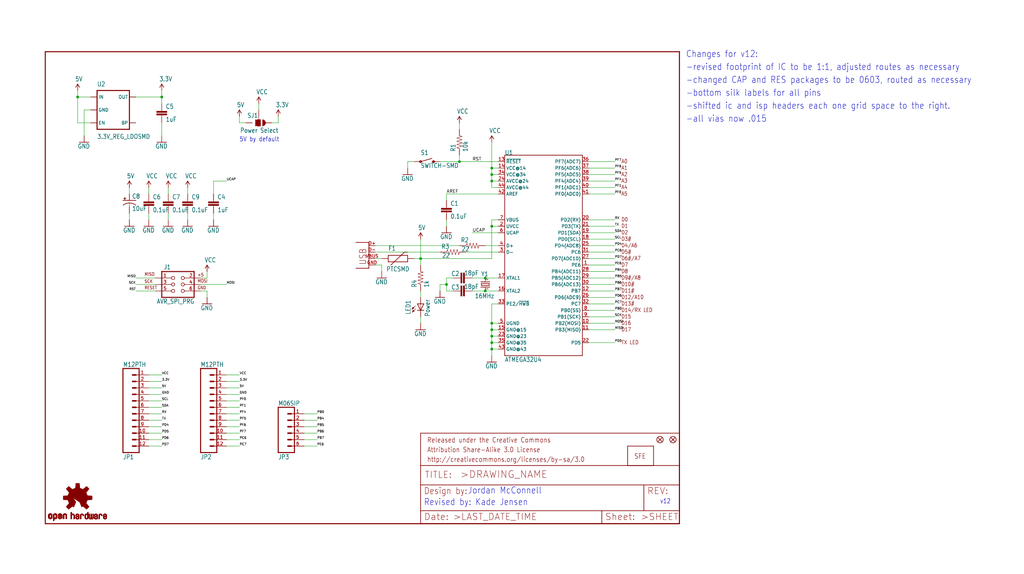
<source format=kicad_sch>
(kicad_sch (version 20211123) (generator eeschema)
  (paper "User" 401.98 225.476)
  (lib_symbols
    (symbol "schematicEagle-eagle-import:3.3V" (power)
      (property "Value" "3.3V" (at -1.016 3.556 0))
      (symbol "3.3V_1_0"
        (pin power_in line (at 0 0 90) (length 2.54) (name "3.3V") (number "1"))
      )
    )
    (symbol "schematicEagle-eagle-import:5V" (power)
      (property "Value" "5V" (at -1.016 3.556 0))
      (symbol "5V_1_0"
        (pin power_in line (at 0 0 90) (length 2.54) (name "5V") (number "1"))
      )
    )
    (symbol "schematicEagle-eagle-import:ATMEGA32U41{colon}1"
      (property "Value" "ATMEGA32U41{colon}1" (at -15.24 -43.18 0))
      (symbol "ATMEGA32U41{colon}1_1_0"
        (text "A0" (at 30.48 34.798 0) (effects (font (size 1.524 1.2954)) (justify left bottom)))
        (text "A1" (at 30.48 32.258 0) (effects (font (size 1.524 1.2954)) (justify left bottom)))
        (text "A2" (at 30.48 29.718 0) (effects (font (size 1.524 1.2954)) (justify left bottom)))
        (text "A3" (at 30.48 27.178 0) (effects (font (size 1.524 1.2954)) (justify left bottom)))
        (text "A4" (at 30.48 24.638 0) (effects (font (size 1.524 1.2954)) (justify left bottom)))
        (text "A5" (at 30.48 22.098 0) (effects (font (size 1.524 1.2954)) (justify left bottom)))
        (text "D0" (at 30.48 11.938 0) (effects (font (size 1.524 1.2954)) (justify left bottom)))
        (text "D1" (at 30.48 9.398 0) (effects (font (size 1.524 1.2954)) (justify left bottom)))
        (text "D10#" (at 30.48 -13.462 0) (effects (font (size 1.524 1.2954)) (justify left bottom)))
        (text "D11#" (at 30.48 -16.002 0) (effects (font (size 1.524 1.2954)) (justify left bottom)))
        (text "D12/A10" (at 30.48 -18.542 0) (effects (font (size 1.524 1.2954)) (justify left bottom)))
        (text "D13#" (at 30.48 -21.082 0) (effects (font (size 1.524 1.2954)) (justify left bottom)))
        (text "D14/RX LED" (at 30.48 -23.622 0) (effects (font (size 1.524 1.2954)) (justify left bottom)))
        (text "D15" (at 30.48 -26.162 0) (effects (font (size 1.524 1.2954)) (justify left bottom)))
        (text "D16" (at 30.48 -28.702 0) (effects (font (size 1.524 1.2954)) (justify left bottom)))
        (text "D17" (at 30.48 -31.242 0) (effects (font (size 1.524 1.2954)) (justify left bottom)))
        (text "D2" (at 30.48 6.858 0) (effects (font (size 1.524 1.2954)) (justify left bottom)))
        (text "D3#" (at 30.48 4.318 0) (effects (font (size 1.524 1.2954)) (justify left bottom)))
        (text "D4/A6" (at 30.48 1.778 0) (effects (font (size 1.524 1.2954)) (justify left bottom)))
        (text "D5#" (at 30.48 -0.762 0) (effects (font (size 1.524 1.2954)) (justify left bottom)))
        (text "D6#/A7" (at 30.48 -3.302 0) (effects (font (size 1.524 1.2954)) (justify left bottom)))
        (text "D7" (at 30.48 -5.842 0) (effects (font (size 1.524 1.2954)) (justify left bottom)))
        (text "D8" (at 30.48 -8.382 0) (effects (font (size 1.524 1.2954)) (justify left bottom)))
        (text "D9#/A8" (at 30.48 -10.922 0) (effects (font (size 1.524 1.2954)) (justify left bottom)))
        (text "TX LED" (at 30.48 -36.322 0) (effects (font (size 1.524 1.2954)) (justify left bottom)))
        (pin bidirectional line (at 17.78 -5.08 180) (length 2.54) (name "PE6") (number "1"))
        (pin bidirectional line (at 17.78 -27.94 180) (length 2.54) (name "PB2(MOSI)") (number "10"))
        (pin bidirectional line (at 17.78 -30.48 180) (length 2.54) (name "PB3(MISO)") (number "11"))
        (pin bidirectional line (at 17.78 -15.24 180) (length 2.54) (name "PB7") (number "12"))
        (pin bidirectional line (at -17.78 35.56 0) (length 2.54) (name "~{RESET}") (number "13"))
        (pin bidirectional line (at -17.78 33.02 0) (length 2.54) (name "VCC@14") (number "14"))
        (pin bidirectional line (at -17.78 -30.48 0) (length 2.54) (name "GND@15") (number "15"))
        (pin bidirectional line (at -17.78 -15.24 0) (length 2.54) (name "XTAL2") (number "16"))
        (pin bidirectional line (at -17.78 -10.16 0) (length 2.54) (name "XTAL1") (number "17"))
        (pin bidirectional line (at 17.78 5.08 180) (length 2.54) (name "PD0(SCL)") (number "18"))
        (pin bidirectional line (at 17.78 7.62 180) (length 2.54) (name "PD1(SDA)") (number "19"))
        (pin bidirectional line (at -17.78 10.16 0) (length 2.54) (name "UVCC") (number "2"))
        (pin bidirectional line (at 17.78 12.7 180) (length 2.54) (name "PD2(RX)") (number "20"))
        (pin bidirectional line (at 17.78 10.16 180) (length 2.54) (name "PD3(TX)") (number "21"))
        (pin bidirectional line (at 17.78 -35.56 180) (length 2.54) (name "PD5") (number "22"))
        (pin bidirectional line (at -17.78 -33.02 0) (length 2.54) (name "GND@23") (number "23"))
        (pin bidirectional line (at -17.78 27.94 0) (length 2.54) (name "AVCC@24") (number "24"))
        (pin bidirectional line (at 17.78 2.54 180) (length 2.54) (name "PD4(ADC8)") (number "25"))
        (pin bidirectional line (at 17.78 -17.78 180) (length 2.54) (name "PD6(ADC9)") (number "26"))
        (pin bidirectional line (at 17.78 -2.54 180) (length 2.54) (name "PD7(ADC10)") (number "27"))
        (pin bidirectional line (at 17.78 -7.62 180) (length 2.54) (name "PB4(ADC11)") (number "28"))
        (pin bidirectional line (at 17.78 -10.16 180) (length 2.54) (name "PB5(ADC12)") (number "29"))
        (pin bidirectional line (at -17.78 0 0) (length 2.54) (name "D-") (number "3"))
        (pin bidirectional line (at 17.78 -12.7 180) (length 2.54) (name "PB6(ADC13)") (number "30"))
        (pin bidirectional line (at 17.78 0 180) (length 2.54) (name "PC6") (number "31"))
        (pin bidirectional line (at 17.78 -20.32 180) (length 2.54) (name "PC7") (number "32"))
        (pin bidirectional line (at -17.78 -20.32 0) (length 2.54) (name "PE2/~{HWB}") (number "33"))
        (pin bidirectional line (at -17.78 30.48 0) (length 2.54) (name "VCC@34") (number "34"))
        (pin bidirectional line (at -17.78 -35.56 0) (length 2.54) (name "GND@35") (number "35"))
        (pin bidirectional line (at 17.78 35.56 180) (length 2.54) (name "PF7(ADC7)") (number "36"))
        (pin bidirectional line (at 17.78 33.02 180) (length 2.54) (name "PF6(ADC6)") (number "37"))
        (pin bidirectional line (at 17.78 30.48 180) (length 2.54) (name "PF5(ADC5)") (number "38"))
        (pin bidirectional line (at 17.78 27.94 180) (length 2.54) (name "PF4(ADC4)") (number "39"))
        (pin bidirectional line (at -17.78 2.54 0) (length 2.54) (name "D+") (number "4"))
        (pin bidirectional line (at 17.78 25.4 180) (length 2.54) (name "PF1(ADC1)") (number "40"))
        (pin bidirectional line (at 17.78 22.86 180) (length 2.54) (name "PF0(ADC0)") (number "41"))
        (pin bidirectional line (at -17.78 22.86 0) (length 2.54) (name "AREF") (number "42"))
        (pin bidirectional line (at -17.78 -38.1 0) (length 2.54) (name "GND@43") (number "43"))
        (pin bidirectional line (at -17.78 25.4 0) (length 2.54) (name "AVCC@44") (number "44"))
        (pin bidirectional line (at -17.78 -27.94 0) (length 2.54) (name "UGND") (number "5"))
        (pin bidirectional line (at -17.78 7.62 0) (length 2.54) (name "UCAP") (number "6"))
        (pin bidirectional line (at -17.78 12.7 0) (length 2.54) (name "VBUS") (number "7"))
        (pin bidirectional line (at 17.78 -22.86 180) (length 2.54) (name "PB0(SS)") (number "8"))
        (pin bidirectional line (at 17.78 -25.4 180) (length 2.54) (name "PB1(SCK)") (number "9"))
      )
    )
    (symbol "schematicEagle-eagle-import:AVR_SPI_PRG_6PTH"
      (property "Reference" "J" (at -4.318 5.842 0))
      (property "Value" "AVR_SPI_PRG_6PTH" (at -4.064 -7.62 0))
      (symbol "AVR_SPI_PRG_6PTH_1_0"
        (text "+5" (at 8.89 3.048 0) (effects (font (size 1.27 1.0795)) (justify left bottom)))
        (text "GND" (at 8.89 -2.032 0) (effects (font (size 1.27 1.0795)) (justify left bottom)))
        (text "MISO" (at -11.938 3.302 0) (effects (font (size 1.27 1.0795)) (justify left bottom)))
        (text "MOSI" (at 8.89 0.635 0) (effects (font (size 1.27 1.0795)) (justify left bottom)))
        (text "RESET" (at -11.938 -2.032 0) (effects (font (size 1.27 1.0795)) (justify left bottom)))
        (text "SCK" (at -11.938 0.508 0) (effects (font (size 1.27 1.0795)) (justify left bottom)))
        (pin passive inverted (at -7.62 2.54 0) (length 7.62) (name "1") (number "1"))
        (pin passive inverted (at 10.16 2.54 180) (length 7.62) (name "2") (number "2"))
        (pin passive inverted (at -7.62 0 0) (length 7.62) (name "3") (number "3"))
        (pin passive inverted (at 10.16 0 180) (length 7.62) (name "4") (number "4"))
        (pin passive inverted (at -7.62 -2.54 0) (length 7.62) (name "5") (number "5"))
        (pin passive inverted (at 10.16 -2.54 180) (length 7.62) (name "6") (number "6"))
      )
    )
    (symbol "schematicEagle-eagle-import:CAP0603-CAP"
      (property "Reference" "C" (at 1.524 2.921 0))
      (property "Value" "CAP0603-CAP" (at 1.524 -2.159 0))
      (symbol "CAP0603-CAP_1_0"
        (pin passive line (at 0 5.08 270) (length 2.54) (name "1") (number "1"))
        (pin passive line (at 0 -2.54 90) (length 2.54) (name "2") (number "2"))
      )
    )
    (symbol "schematicEagle-eagle-import:CAP_POL1206"
      (property "Reference" "C" (at 1.016 0.635 0))
      (property "Value" "CAP_POL1206" (at 1.016 -4.191 0))
      (symbol "CAP_POL1206_1_0"
        (pin passive line (at 0 2.54 270) (length 2.54) (name "+") (number "A"))
        (pin passive line (at 0 -5.08 90) (length 2.54) (name "-") (number "C"))
      )
    )
    (symbol "schematicEagle-eagle-import:CRYSTAL5X3"
      (property "Reference" "Y" (at 2.54 1.016 0))
      (property "Value" "CRYSTAL5X3" (at 2.54 -2.54 0))
      (symbol "CRYSTAL5X3_1_0"
        (text "1" (at -2.159 -1.143 0) (effects (font (size 0.8636 0.734)) (justify left bottom)))
        (text "2" (at 1.524 -1.143 0) (effects (font (size 0.8636 0.734)) (justify left bottom)))
        (pin passive line (at -2.54 0 0) (length 0) (name "1") (number "1"))
        (pin passive line (at 2.54 0 180) (length 0) (name "2") (number "3"))
      )
    )
    (symbol "schematicEagle-eagle-import:FIDUCIAL1X2")
    (symbol "schematicEagle-eagle-import:FRAME-LETTER"
      (symbol "FRAME-LETTER_2_0"
        (text ">DRAWING_NAME" (at 15.494 17.78 0) (effects (font (size 2.7432 2.7432)) (justify left bottom)))
        (text ">LAST_DATE_TIME" (at 12.7 1.27 0) (effects (font (size 2.54 2.54)) (justify left bottom)))
        (text ">SHEET" (at 86.36 1.27 0) (effects (font (size 2.54 2.54)) (justify left bottom)))
        (text "Attribution Share-Alike 3.0 License" (at 2.54 27.94 0) (effects (font (size 1.9304 1.6408)) (justify left bottom)))
        (text "Date:" (at 1.27 1.27 0) (effects (font (size 2.54 2.54)) (justify left bottom)))
        (text "Design by:" (at 1.27 11.43 0) (effects (font (size 2.54 2.159)) (justify left bottom)))
        (text "http://creativecommons.org/licenses/by-sa/3.0" (at 2.54 24.13 0) (effects (font (size 1.9304 1.6408)) (justify left bottom)))
        (text "Released under the Creative Commons" (at 2.54 31.75 0) (effects (font (size 1.9304 1.6408)) (justify left bottom)))
        (text "REV:" (at 88.9 11.43 0) (effects (font (size 2.54 2.54)) (justify left bottom)))
        (text "Sheet:" (at 72.39 1.27 0) (effects (font (size 2.54 2.54)) (justify left bottom)))
        (text "TITLE:" (at 1.524 17.78 0) (effects (font (size 2.54 2.54)) (justify left bottom)))
      )
    )
    (symbol "schematicEagle-eagle-import:GND" (power)
      (property "Value" "GND" (at -2.54 -2.54 0))
      (symbol "GND_1_0"
        (pin power_in line (at 0 2.54 270) (length 2.54) (name "GND") (number "1"))
      )
    )
    (symbol "schematicEagle-eagle-import:LED0603"
      (property "Reference" "LED" (at 3.556 -4.572 90))
      (property "Value" "LED0603" (at 5.715 -4.572 90))
      (symbol "LED0603_1_0"
        (pin passive line (at 0 2.54 270) (length 2.54) (name "A") (number "A"))
        (pin passive line (at 0 -5.08 90) (length 2.54) (name "C") (number "C"))
      )
    )
    (symbol "schematicEagle-eagle-import:LOGO-SFENEW"
      (symbol "LOGO-SFENEW_1_0"
        (text "SFE" (at 0 0 0) (effects (font (size 1.9304 1.6408)) (justify left bottom)))
      )
    )
    (symbol "schematicEagle-eagle-import:M06SIP"
      (property "Reference" "JP" (at -5.08 10.922 0))
      (property "Value" "M06SIP" (at -5.08 -10.16 0))
      (symbol "M06SIP_1_0"
        (pin passive line (at 5.08 -5.08 180) (length 5.08) (name "1") (number "1"))
        (pin passive line (at 5.08 -2.54 180) (length 5.08) (name "2") (number "2"))
        (pin passive line (at 5.08 0 180) (length 5.08) (name "3") (number "3"))
        (pin passive line (at 5.08 2.54 180) (length 5.08) (name "4") (number "4"))
        (pin passive line (at 5.08 5.08 180) (length 5.08) (name "5") (number "5"))
        (pin passive line (at 5.08 7.62 180) (length 5.08) (name "6") (number "6"))
      )
    )
    (symbol "schematicEagle-eagle-import:M12PTH"
      (property "Reference" "JP" (at 0 16.002 0))
      (property "Value" "M12PTH" (at 0 -20.32 0))
      (symbol "M12PTH_1_0"
        (pin passive line (at 10.16 -15.24 180) (length 5.08) (name "1") (number "1"))
        (pin passive line (at 10.16 7.62 180) (length 5.08) (name "10") (number "10"))
        (pin passive line (at 10.16 10.16 180) (length 5.08) (name "11") (number "11"))
        (pin passive line (at 10.16 12.7 180) (length 5.08) (name "12") (number "12"))
        (pin passive line (at 10.16 -12.7 180) (length 5.08) (name "2") (number "2"))
        (pin passive line (at 10.16 -10.16 180) (length 5.08) (name "3") (number "3"))
        (pin passive line (at 10.16 -7.62 180) (length 5.08) (name "4") (number "4"))
        (pin passive line (at 10.16 -5.08 180) (length 5.08) (name "5") (number "5"))
        (pin passive line (at 10.16 -2.54 180) (length 5.08) (name "6") (number "6"))
        (pin passive line (at 10.16 0 180) (length 5.08) (name "7") (number "7"))
        (pin passive line (at 10.16 2.54 180) (length 5.08) (name "8") (number "8"))
        (pin passive line (at 10.16 5.08 180) (length 5.08) (name "9") (number "9"))
      )
    )
    (symbol "schematicEagle-eagle-import:OSHW-LOGOM")
    (symbol "schematicEagle-eagle-import:PTCSMD"
      (property "Reference" "F" (at -2.54 3.048 0))
      (property "Value" "PTCSMD" (at -3.302 -5.08 0))
      (symbol "PTCSMD_1_0"
        (pin bidirectional line (at -5.08 0 0) (length 2.54) (name "1") (number "1"))
        (pin bidirectional line (at 7.62 0 180) (length 2.54) (name "2") (number "2"))
      )
    )
    (symbol "schematicEagle-eagle-import:RESISTOR0603-RES"
      (property "Reference" "R" (at -3.81 1.4986 0))
      (property "Value" "RESISTOR0603-RES" (at -3.81 -3.302 0))
      (symbol "RESISTOR0603-RES_1_0"
        (pin passive line (at -5.08 0 0) (length 2.54) (name "1") (number "1"))
        (pin passive line (at 5.08 0 180) (length 2.54) (name "2") (number "2"))
      )
    )
    (symbol "schematicEagle-eagle-import:SOLDERJUMPER_2WAYPASTE2&3"
      (property "Reference" "SJ" (at 2.54 0.381 0))
      (property "Value" "SOLDERJUMPER_2WAYPASTE2&3" (at 2.54 -1.905 0))
      (symbol "SOLDERJUMPER_2WAYPASTE2&3_1_0"
        (pin passive line (at 0 5.08 270) (length 2.54) (name "1") (number "1"))
        (pin passive line (at -5.08 0 0) (length 2.54) (name "2") (number "2"))
        (pin passive line (at 0 -5.08 90) (length 2.54) (name "3") (number "3"))
      )
    )
    (symbol "schematicEagle-eagle-import:SWITCH-MOMENTARY-2SMD"
      (property "Reference" "S" (at -2.54 2.54 0))
      (property "Value" "SWITCH-MOMENTARY-2SMD" (at -2.54 -2.54 0))
      (symbol "SWITCH-MOMENTARY-2SMD_1_0"
        (pin passive line (at -5.08 0 0) (length 2.54) (name "1") (number "1"))
        (pin passive line (at 5.08 0 180) (length 2.54) (name "2") (number "3"))
      )
    )
    (symbol "schematicEagle-eagle-import:USBSMD"
      (symbol "USBSMD_1_0"
        (text "USB" (at 3.81 0 900) (effects (font (size 2.54 2.159)) (justify left bottom)))
        (pin bidirectional line (at -2.54 7.62 0) (length 2.54) (name "D+") (number "D+"))
        (pin bidirectional line (at -2.54 5.08 0) (length 2.54) (name "D-") (number "D-"))
        (pin bidirectional line (at -2.54 0 0) (length 2.54) (name "GND") (number "GND"))
        (pin bidirectional line (at -2.54 2.54 0) (length 2.54) (name "VBUS") (number "VBUS"))
      )
    )
    (symbol "schematicEagle-eagle-import:VCC" (power)
      (property "Value" "VCC" (at -1.016 3.556 0))
      (symbol "VCC_1_0"
        (pin power_in line (at 0 0 90) (length 2.54) (name "VCC") (number "1"))
      )
    )
    (symbol "schematicEagle-eagle-import:V_REG_LDOSMD"
      (property "Reference" "U" (at -7.62 9.144 0))
      (property "Value" "V_REG_LDOSMD" (at -7.62 -11.43 0))
      (symbol "V_REG_LDOSMD_1_0"
        (pin input line (at -10.16 5.08 0) (length 2.54) (name "IN") (number "1"))
        (pin input line (at -10.16 0 0) (length 2.54) (name "GND") (number "2"))
        (pin input line (at -10.16 -5.08 0) (length 2.54) (name "EN") (number "3"))
        (pin input line (at 7.62 -5.08 180) (length 2.54) (name "BP") (number "4"))
        (pin passive line (at 7.62 5.08 180) (length 2.54) (name "OUT") (number "5"))
      )
    )
  )
  (junction (at 175.26 111.76))
  (junction (at 193.04 88.9))
  (junction (at 193.04 137.16))
  (junction (at 193.04 129.54))
  (junction (at 193.04 132.08))
  (junction (at 193.04 66.04))
  (junction (at 193.04 127))
  (junction (at 165.1 101.6))
  (junction (at 30.48 38.1))
  (junction (at 190.5 109.22))
  (junction (at 193.04 68.58))
  (junction (at 190.5 114.3))
  (junction (at 63.5 38.1))
  (junction (at 193.04 134.62))
  (junction (at 180.34 63.5))
  (junction (at 193.04 71.12))
  (wire (pts (xy 58.42 154.94) (xy 63.5 154.94)))
  (wire (pts (xy 231.14 93.98) (xy 241.3 93.98)))
  (wire (pts (xy 88.9 172.72) (xy 93.98 172.72)))
  (wire (pts (xy 193.04 134.62) (xy 195.58 134.62)))
  (wire (pts (xy 193.04 137.16) (xy 193.04 134.62)))
  (wire (pts (xy 195.58 73.66) (xy 193.04 73.66)))
  (wire (pts (xy 101.6 40.64) (xy 101.6 43.18)))
  (wire (pts (xy 165.1 101.6) (xy 193.04 101.6)))
  (wire (pts (xy 119.38 165.1) (xy 124.46 165.1)))
  (wire (pts (xy 93.98 48.26) (xy 93.98 45.72)))
  (wire (pts (xy 195.58 66.04) (xy 193.04 66.04)))
  (wire (pts (xy 231.14 63.5) (xy 241.3 63.5)))
  (wire (pts (xy 180.34 60.96) (xy 180.34 63.5)))
  (wire (pts (xy 231.14 116.84) (xy 241.3 116.84)))
  (wire (pts (xy 193.04 68.58) (xy 193.04 66.04)))
  (wire (pts (xy 195.58 91.44) (xy 185.42 91.44)))
  (wire (pts (xy 175.26 88.9) (xy 175.26 86.36)))
  (wire (pts (xy 193.04 137.16) (xy 195.58 137.16)))
  (wire (pts (xy 78.74 109.22) (xy 81.28 109.22)))
  (wire (pts (xy 195.58 71.12) (xy 193.04 71.12)))
  (wire (pts (xy 63.5 38.1) (xy 63.5 35.56)))
  (wire (pts (xy 231.14 66.04) (xy 241.3 66.04)))
  (wire (pts (xy 58.42 162.56) (xy 63.5 162.56)))
  (wire (pts (xy 58.42 175.26) (xy 63.5 175.26)))
  (wire (pts (xy 63.5 48.26) (xy 63.5 53.34)))
  (wire (pts (xy 88.9 175.26) (xy 93.98 175.26)))
  (wire (pts (xy 60.96 114.3) (xy 53.34 114.3)))
  (wire (pts (xy 190.5 96.52) (xy 195.58 96.52)))
  (wire (pts (xy 119.38 162.56) (xy 124.46 162.56)))
  (wire (pts (xy 165.1 114.3) (xy 165.1 116.84)))
  (wire (pts (xy 63.5 38.1) (xy 63.5 40.64)))
  (wire (pts (xy 73.66 73.66) (xy 73.66 76.2)))
  (wire (pts (xy 193.04 71.12) (xy 193.04 68.58)))
  (wire (pts (xy 66.04 73.66) (xy 66.04 76.2)))
  (wire (pts (xy 231.14 71.12) (xy 241.3 71.12)))
  (wire (pts (xy 33.02 43.18) (xy 33.02 53.34)))
  (wire (pts (xy 35.56 43.18) (xy 33.02 43.18)))
  (wire (pts (xy 119.38 172.72) (xy 124.46 172.72)))
  (wire (pts (xy 81.28 109.22) (xy 81.28 106.68)))
  (wire (pts (xy 231.14 88.9) (xy 241.3 88.9)))
  (wire (pts (xy 193.04 88.9) (xy 193.04 86.36)))
  (wire (pts (xy 53.34 38.1) (xy 63.5 38.1)))
  (wire (pts (xy 88.9 147.32) (xy 93.98 147.32)))
  (wire (pts (xy 231.14 129.54) (xy 241.3 129.54)))
  (wire (pts (xy 83.82 71.12) (xy 88.9 71.12)))
  (wire (pts (xy 58.42 149.86) (xy 63.5 149.86)))
  (wire (pts (xy 182.88 99.06) (xy 195.58 99.06)))
  (wire (pts (xy 58.42 157.48) (xy 63.5 157.48)))
  (wire (pts (xy 88.9 162.56) (xy 93.98 162.56)))
  (wire (pts (xy 73.66 83.82) (xy 73.66 86.36)))
  (wire (pts (xy 58.42 165.1) (xy 63.5 165.1)))
  (wire (pts (xy 193.04 127) (xy 195.58 127)))
  (wire (pts (xy 175.26 76.2) (xy 195.58 76.2)))
  (wire (pts (xy 88.9 167.64) (xy 93.98 167.64)))
  (wire (pts (xy 58.42 170.18) (xy 63.5 170.18)))
  (wire (pts (xy 83.82 76.2) (xy 83.82 71.12)))
  (wire (pts (xy 119.38 175.26) (xy 124.46 175.26)))
  (wire (pts (xy 30.48 38.1) (xy 30.48 48.26)))
  (wire (pts (xy 193.04 129.54) (xy 193.04 127)))
  (wire (pts (xy 193.04 132.08) (xy 193.04 129.54)))
  (wire (pts (xy 162.56 101.6) (xy 165.1 101.6)))
  (wire (pts (xy 147.32 96.52) (xy 180.34 96.52)))
  (wire (pts (xy 231.14 114.3) (xy 241.3 114.3)))
  (wire (pts (xy 193.04 88.9) (xy 195.58 88.9)))
  (wire (pts (xy 58.42 83.82) (xy 58.42 86.36)))
  (wire (pts (xy 193.04 139.7) (xy 193.04 137.16)))
  (wire (pts (xy 50.8 76.2) (xy 50.8 73.66)))
  (wire (pts (xy 175.26 111.76) (xy 175.26 109.22)))
  (wire (pts (xy 88.9 170.18) (xy 93.98 170.18)))
  (wire (pts (xy 96.52 48.26) (xy 93.98 48.26)))
  (wire (pts (xy 231.14 101.6) (xy 241.3 101.6)))
  (wire (pts (xy 78.74 111.76) (xy 88.9 111.76)))
  (wire (pts (xy 231.14 124.46) (xy 241.3 124.46)))
  (wire (pts (xy 231.14 96.52) (xy 241.3 96.52)))
  (wire (pts (xy 119.38 170.18) (xy 124.46 170.18)))
  (wire (pts (xy 58.42 172.72) (xy 63.5 172.72)))
  (wire (pts (xy 231.14 106.68) (xy 241.3 106.68)))
  (wire (pts (xy 88.9 154.94) (xy 93.98 154.94)))
  (wire (pts (xy 180.34 50.8) (xy 180.34 48.26)))
  (wire (pts (xy 195.58 114.3) (xy 190.5 114.3)))
  (wire (pts (xy 109.22 45.72) (xy 109.22 48.26)))
  (wire (pts (xy 175.26 111.76) (xy 172.72 111.76)))
  (wire (pts (xy 175.26 78.74) (xy 175.26 76.2)))
  (wire (pts (xy 119.38 167.64) (xy 124.46 167.64)))
  (wire (pts (xy 88.9 165.1) (xy 93.98 165.1)))
  (wire (pts (xy 60.96 109.22) (xy 53.34 109.22)))
  (wire (pts (xy 231.14 111.76) (xy 241.3 111.76)))
  (wire (pts (xy 147.32 99.06) (xy 172.72 99.06)))
  (wire (pts (xy 165.1 93.98) (xy 165.1 101.6)))
  (wire (pts (xy 193.04 86.36) (xy 195.58 86.36)))
  (wire (pts (xy 30.48 48.26) (xy 35.56 48.26)))
  (wire (pts (xy 231.14 91.44) (xy 241.3 91.44)))
  (wire (pts (xy 193.04 129.54) (xy 195.58 129.54)))
  (wire (pts (xy 149.86 104.14) (xy 149.86 106.68)))
  (wire (pts (xy 193.04 132.08) (xy 195.58 132.08)))
  (wire (pts (xy 88.9 157.48) (xy 93.98 157.48)))
  (wire (pts (xy 177.8 114.3) (xy 175.26 114.3)))
  (wire (pts (xy 175.26 114.3) (xy 175.26 111.76)))
  (wire (pts (xy 195.58 68.58) (xy 193.04 68.58)))
  (wire (pts (xy 88.9 152.4) (xy 93.98 152.4)))
  (wire (pts (xy 231.14 68.58) (xy 241.3 68.58)))
  (wire (pts (xy 172.72 63.5) (xy 180.34 63.5)))
  (wire (pts (xy 231.14 109.22) (xy 241.3 109.22)))
  (wire (pts (xy 193.04 127) (xy 193.04 119.38)))
  (wire (pts (xy 231.14 86.36) (xy 241.3 86.36)))
  (wire (pts (xy 231.14 119.38) (xy 241.3 119.38)))
  (wire (pts (xy 88.9 160.02) (xy 93.98 160.02)))
  (wire (pts (xy 193.04 101.6) (xy 193.04 88.9)))
  (wire (pts (xy 231.14 73.66) (xy 241.3 73.66)))
  (wire (pts (xy 165.1 124.46) (xy 165.1 127)))
  (wire (pts (xy 60.96 111.76) (xy 53.34 111.76)))
  (wire (pts (xy 231.14 99.06) (xy 241.3 99.06)))
  (wire (pts (xy 231.14 134.62) (xy 241.3 134.62)))
  (wire (pts (xy 193.04 119.38) (xy 195.58 119.38)))
  (wire (pts (xy 190.5 114.3) (xy 185.42 114.3)))
  (wire (pts (xy 193.04 66.04) (xy 193.04 55.88)))
  (wire (pts (xy 231.14 76.2) (xy 241.3 76.2)))
  (wire (pts (xy 160.02 63.5) (xy 162.56 63.5)))
  (wire (pts (xy 193.04 134.62) (xy 193.04 132.08)))
  (wire (pts (xy 78.74 114.3) (xy 81.28 114.3)))
  (wire (pts (xy 147.32 101.6) (xy 149.86 101.6)))
  (wire (pts (xy 165.1 101.6) (xy 165.1 104.14)))
  (wire (pts (xy 180.34 63.5) (xy 195.58 63.5)))
  (wire (pts (xy 231.14 104.14) (xy 241.3 104.14)))
  (wire (pts (xy 30.48 38.1) (xy 30.48 35.56)))
  (wire (pts (xy 58.42 147.32) (xy 63.5 147.32)))
  (wire (pts (xy 185.42 109.22) (xy 190.5 109.22)))
  (wire (pts (xy 147.32 104.14) (xy 149.86 104.14)))
  (wire (pts (xy 58.42 160.02) (xy 63.5 160.02)))
  (wire (pts (xy 175.26 109.22) (xy 177.8 109.22)))
  (wire (pts (xy 58.42 152.4) (xy 63.5 152.4)))
  (wire (pts (xy 66.04 86.36) (xy 66.04 83.82)))
  (wire (pts (xy 88.9 149.86) (xy 93.98 149.86)))
  (wire (pts (xy 81.28 114.3) (xy 81.28 116.84)))
  (wire (pts (xy 58.42 167.64) (xy 63.5 167.64)))
  (wire (pts (xy 58.42 73.66) (xy 58.42 76.2)))
  (wire (pts (xy 50.8 86.36) (xy 50.8 83.82)))
  (wire (pts (xy 231.14 121.92) (xy 241.3 121.92)))
  (wire (pts (xy 30.48 38.1) (xy 35.56 38.1)))
  (wire (pts (xy 172.72 111.76) (xy 172.72 114.3)))
  (wire (pts (xy 109.22 48.26) (xy 106.68 48.26)))
  (wire (pts (xy 193.04 73.66) (xy 193.04 71.12)))
  (wire (pts (xy 190.5 109.22) (xy 195.58 109.22)))
  (wire (pts (xy 83.82 86.36) (xy 83.82 83.82)))
  (wire (pts (xy 231.14 127) (xy 241.3 127)))
  (wire (pts (xy 160.02 66.04) (xy 160.02 63.5)))
  (text "-shifted ic and isp headers each one grid space to the right." (at 269.24 43.18 0) (effects (font (size 2.54 2.159)) (justify left bottom)))
  (text "-revised footprint of IC to be 1:1, adjusted routes as necessary" (at 269.24 27.94 0) (effects (font (size 2.54 2.159)) (justify left bottom)))
  (text "-bottom silk labels for all pins" (at 269.24 38.1 180) (effects (font (size 2.54 2.159)) (justify left bottom)))
  (text "v12" (at 259.08 198.12 180) (effects (font (size 1.778 1.5113)) (justify left bottom)))
  (text "Changes for v12:" (at 269.24 22.86 180) (effects (font (size 2.54 2.159)) (justify left bottom)))
  (text "5V by default" (at 93.98 55.88 180) (effects (font (size 1.778 1.5113)) (justify left bottom)))
  (text "Revised by: Kade Jensen" (at 166.37 198.882 180) (effects (font (size 2.54 2.159)) (justify left bottom)))
  (text "Jordan McConnell" (at 183.642 194.31 180) (effects (font (size 2.54 2.159)) (justify left bottom)))
  (text "-changed CAP and RES packages to be 0603, routed as necessary" (at 269.24 33.02 0) (effects (font (size 2.54 2.159)) (justify left bottom)))
  (text "-all vias now .015" (at 269.24 48.26 180) (effects (font (size 2.54 2.159)) (justify left bottom)))
  (label "PF6" (at 93.98 167.64 0) (effects (font (size 0.889 0.889))))
  (label "PD5" (at 241.3 134.62 0) (effects (font (size 0.889 0.889))))
  (label "PD7" (at 241.3 101.6 0) (effects (font (size 0.889 0.889))))
  (label "SDA" (at 63.5 160.02 0) (effects (font (size 0.889 0.889))))
  (label "PF4" (at 241.3 71.12 0) (effects (font (size 0.889 0.889))))
  (label "SCL" (at 241.3 93.98 0) (effects (font (size 0.889 0.889))))
  (label "PF7" (at 241.3 63.5 0) (effects (font (size 0.889 0.889))))
  (label "PC6" (at 241.3 99.06 0) (effects (font (size 0.889 0.889))))
  (label "PD5" (at 63.5 170.18 0) (effects (font (size 0.889 0.889))))
  (label "PF0" (at 241.3 76.2 0) (effects (font (size 0.889 0.889))))
  (label "PF6" (at 241.3 66.04 0) (effects (font (size 0.889 0.889))))
  (label "PD7" (at 63.5 175.26 0) (effects (font (size 0.889 0.889))))
  (label "PB0" (at 124.46 162.56 0) (effects (font (size 0.889 0.889))))
  (label "TX" (at 241.3 88.9 0) (effects (font (size 0.889 0.889))))
  (label "GND" (at 93.98 154.94 0) (effects (font (size 0.889 0.889))))
  (label "SCL" (at 63.5 157.48 0) (effects (font (size 0.889 0.889))))
  (label "SDA" (at 241.3 91.44 0) (effects (font (size 0.889 0.889))))
  (label "PF7" (at 93.98 170.18 0) (effects (font (size 0.889 0.889))))
  (label "PB7" (at 241.3 114.3 0) (effects (font (size 0.889 0.889))))
  (label "RX" (at 63.5 162.56 0) (effects (font (size 0.889 0.889))))
  (label "PF4" (at 93.98 162.56 0) (effects (font (size 0.889 0.889))))
  (label "PF5" (at 93.98 165.1 0) (effects (font (size 0.889 0.889))))
  (label "MOSI" (at 241.3 127 0) (effects (font (size 0.889 0.889))))
  (label "PB4" (at 124.46 165.1 0) (effects (font (size 0.889 0.889))))
  (label "PE6" (at 241.3 104.14 0) (effects (font (size 0.889 0.889))))
  (label "TX" (at 63.5 165.1 0) (effects (font (size 0.889 0.889))))
  (label "PB5" (at 124.46 167.64 0) (effects (font (size 0.889 0.889))))
  (label "PF1" (at 93.98 160.02 0) (effects (font (size 0.889 0.889))))
  (label "PF5" (at 241.3 68.58 0) (effects (font (size 0.889 0.889))))
  (label "PB4" (at 241.3 106.68 0) (effects (font (size 0.889 0.889))))
  (label "PD4" (at 241.3 96.52 0) (effects (font (size 0.889 0.889))))
  (label "5V" (at 63.5 152.4 0) (effects (font (size 0.889 0.889))))
  (label "5V" (at 93.98 152.4 0) (effects (font (size 0.889 0.889))))
  (label "VCC" (at 63.5 147.32 0) (effects (font (size 0.889 0.889))))
  (label "RST" (at 185.42 63.5 0) (effects (font (size 1.2446 1.2446))))
  (label "PC6" (at 93.98 172.72 0) (effects (font (size 0.889 0.889))))
  (label "SCK" (at 53.34 111.76 180) (effects (font (size 0.889 0.889))))
  (label "PD4" (at 63.5 167.64 0) (effects (font (size 0.889 0.889))))
  (label "PB6" (at 124.46 170.18 0) (effects (font (size 0.889 0.889))))
  (label "UCAP" (at 88.9 71.12 0) (effects (font (size 0.889 0.889))))
  (label "3.3V" (at 63.5 149.86 0) (effects (font (size 0.889 0.889))))
  (label "UCAP" (at 185.42 91.44 0) (effects (font (size 1.2446 1.2446))))
  (label "GND" (at 63.5 154.94 0) (effects (font (size 0.889 0.889))))
  (label "MOSI" (at 88.9 111.76 0) (effects (font (size 0.889 0.889))))
  (label "RX" (at 241.3 86.36 0) (effects (font (size 0.889 0.889))))
  (label "MISO" (at 53.34 109.22 180) (effects (font (size 0.889 0.889))))
  (label "PB7" (at 124.46 172.72 0) (effects (font (size 0.889 0.889))))
  (label "PF1" (at 241.3 73.66 0) (effects (font (size 0.889 0.889))))
  (label "RST" (at 53.34 114.3 180) (effects (font (size 0.889 0.889))))
  (label "PB5" (at 241.3 109.22 0) (effects (font (size 0.889 0.889))))
  (label "VCC" (at 93.98 147.32 0) (effects (font (size 0.889 0.889))))
  (label "PF0" (at 93.98 157.48 0) (effects (font (size 0.889 0.889))))
  (label "MISO" (at 241.3 129.54 0) (effects (font (size 0.889 0.889))))
  (label "3.3V" (at 93.98 149.86 0) (effects (font (size 0.889 0.889))))
  (label "PC7" (at 241.3 119.38 0) (effects (font (size 0.889 0.889))))
  (label "PD6" (at 63.5 172.72 0) (effects (font (size 0.889 0.889))))
  (label "PD6" (at 241.3 116.84 0) (effects (font (size 0.889 0.889))))
  (label "AREF" (at 175.26 76.2 0) (effects (font (size 1.2446 1.2446))))
  (label "SCK" (at 241.3 124.46 0) (effects (font (size 0.889 0.889))))
  (label "PB6" (at 241.3 111.76 0) (effects (font (size 0.889 0.889))))
  (label "PB0" (at 241.3 121.92 0) (effects (font (size 0.889 0.889))))
  (label "PE6" (at 124.46 175.26 0) (effects (font (size 0.889 0.889))))
  (label "PC7" (at 93.98 175.26 0) (effects (font (size 0.889 0.889))))
  (symbol (lib_id "schematicEagle-eagle-import:CAP_POL1206") (at 50.8 78.74 0) (unit 1)
    (property "Reference" "C8" (at 51.816 78.105 0) (effects (font (size 1.778 1.5113)) (justify left bottom)))
    (property "Value" "10uF" (at 51.816 82.931 0) (effects (font (size 1.778 1.5113)) (justify left bottom)))
    (property "Footprint" "schematicEagle:EIA3216" (effects hide))
  )
  (symbol (lib_id "schematicEagle-eagle-import:M12PTH") (at 78.74 162.56 0) (mirror x) (unit 1)
    (property "Reference" "JP2" (at 78.74 178.562 0) (effects (font (size 1.778 1.5113)) (justify left bottom)))
    (property "Value" "M12PTH" (at 78.74 142.24 0) (effects (font (size 1.778 1.5113)) (justify left bottom)))
    (property "Footprint" "schematicEagle:1X12" (effects hide))
  )
  (symbol (lib_id "schematicEagle-eagle-import:CAP0603-CAP") (at 83.82 81.28 0) (unit 1)
    (property "Reference" "C4" (at 85.344 78.359 0) (effects (font (size 1.778 1.5113)) (justify left bottom)))
    (property "Value" "1uF" (at 85.344 83.439 0) (effects (font (size 1.778 1.5113)) (justify left bottom)))
    (property "Footprint" "schematicEagle:0603-CAP" (effects hide))
  )
  (symbol (lib_id "schematicEagle-eagle-import:3.3V") (at 109.22 45.72 0) (unit 1)
    (property "Reference" "#P+6" (effects hide))
    (property "Value" "3.3V" (at 108.204 42.164 0) (effects (font (size 1.778 1.5113)) (justify left bottom)))
    (property "Footprint" "schematicEagle:" (effects hide))
  )
  (symbol (lib_id "schematicEagle-eagle-import:GND") (at 175.26 91.44 0) (unit 1)
    (property "Reference" "#GND2" (effects hide))
    (property "Value" "GND" (at 172.72 93.98 0) (effects (font (size 1.778 1.5113)) (justify left bottom)))
    (property "Footprint" "schematicEagle:" (effects hide))
  )
  (symbol (lib_id "schematicEagle-eagle-import:5V") (at 50.8 73.66 0) (unit 1)
    (property "Reference" "#U$5" (effects hide))
    (property "Value" "5V" (at 49.784 70.104 0) (effects (font (size 1.778 1.5113)) (justify left bottom)))
    (property "Footprint" "schematicEagle:" (effects hide))
  )
  (symbol (lib_id "schematicEagle-eagle-import:VCC") (at 58.42 73.66 0) (unit 1)
    (property "Reference" "#P+7" (effects hide))
    (property "Value" "VCC" (at 57.404 70.104 0) (effects (font (size 1.778 1.5113)) (justify left bottom)))
    (property "Footprint" "schematicEagle:" (effects hide))
  )
  (symbol (lib_id "schematicEagle-eagle-import:VCC") (at 81.28 106.68 0) (unit 1)
    (property "Reference" "#P+8" (effects hide))
    (property "Value" "VCC" (at 80.264 103.124 0) (effects (font (size 1.778 1.5113)) (justify left bottom)))
    (property "Footprint" "schematicEagle:" (effects hide))
  )
  (symbol (lib_id "schematicEagle-eagle-import:VCC") (at 73.66 73.66 0) (unit 1)
    (property "Reference" "#P+9" (effects hide))
    (property "Value" "VCC" (at 72.644 70.104 0) (effects (font (size 1.778 1.5113)) (justify left bottom)))
    (property "Footprint" "schematicEagle:" (effects hide))
  )
  (symbol (lib_id "schematicEagle-eagle-import:RESISTOR0603-RES") (at 165.1 109.22 90) (unit 1)
    (property "Reference" "R4" (at 163.6014 113.03 0) (effects (font (size 1.778 1.5113)) (justify left bottom)))
    (property "Value" "1k" (at 168.402 113.03 0) (effects (font (size 1.778 1.5113)) (justify left bottom)))
    (property "Footprint" "schematicEagle:0603-RES" (effects hide))
  )
  (symbol (lib_id "schematicEagle-eagle-import:CAP0603-CAP") (at 63.5 45.72 0) (unit 1)
    (property "Reference" "C5" (at 65.024 42.799 0) (effects (font (size 1.778 1.5113)) (justify left bottom)))
    (property "Value" "1uF" (at 65.024 47.879 0) (effects (font (size 1.778 1.5113)) (justify left bottom)))
    (property "Footprint" "schematicEagle:0603-CAP" (effects hide))
  )
  (symbol (lib_id "schematicEagle-eagle-import:CAP0603-CAP") (at 66.04 81.28 0) (unit 1)
    (property "Reference" "C7" (at 67.564 78.359 0) (effects (font (size 1.778 1.5113)) (justify left bottom)))
    (property "Value" "0.1uF" (at 67.564 83.439 0) (effects (font (size 1.778 1.5113)) (justify left bottom)))
    (property "Footprint" "schematicEagle:0603-CAP" (effects hide))
  )
  (symbol (lib_id "schematicEagle-eagle-import:CAP0603-CAP") (at 175.26 83.82 0) (unit 1)
    (property "Reference" "C1" (at 176.784 80.899 0) (effects (font (size 1.778 1.5113)) (justify left bottom)))
    (property "Value" "0.1uF" (at 176.784 85.979 0) (effects (font (size 1.778 1.5113)) (justify left bottom)))
    (property "Footprint" "schematicEagle:0603-CAP" (effects hide))
  )
  (symbol (lib_id "schematicEagle-eagle-import:CAP0603-CAP") (at 182.88 114.3 90) (unit 1)
    (property "Reference" "C3" (at 180.34 111.887 90) (effects (font (size 1.778 1.5113)) (justify left bottom)))
    (property "Value" "18pF" (at 187.96 111.633 90) (effects (font (size 1.778 1.5113)) (justify left bottom)))
    (property "Footprint" "schematicEagle:0603-CAP" (effects hide))
  )
  (symbol (lib_id "schematicEagle-eagle-import:5V") (at 93.98 45.72 0) (unit 1)
    (property "Reference" "#U$4" (effects hide))
    (property "Value" "5V" (at 92.964 42.164 0) (effects (font (size 1.778 1.5113)) (justify left bottom)))
    (property "Footprint" "schematicEagle:" (effects hide))
  )
  (symbol (lib_id "schematicEagle-eagle-import:PTCSMD") (at 154.94 101.6 0) (unit 1)
    (property "Reference" "F1" (at 152.4 98.552 0) (effects (font (size 1.778 1.5113)) (justify left bottom)))
    (property "Value" "PTCSMD" (at 151.638 106.68 0) (effects (font (size 1.778 1.5113)) (justify left bottom)))
    (property "Footprint" "schematicEagle:PTC-1206" (effects hide))
  )
  (symbol (lib_id "schematicEagle-eagle-import:GND") (at 83.82 88.9 0) (unit 1)
    (property "Reference" "#GND6" (effects hide))
    (property "Value" "GND" (at 81.28 91.44 0) (effects (font (size 1.778 1.5113)) (justify left bottom)))
    (property "Footprint" "schematicEagle:" (effects hide))
  )
  (symbol (lib_id "schematicEagle-eagle-import:OSHW-LOGOM") (at 30.48 195.58 0) (unit 1)
    (property "Reference" "U$6" (effects hide))
    (property "Value" "OSHW-LOGOM" (effects hide))
    (property "Footprint" "schematicEagle:OSHW-LOGO-M" (effects hide))
  )
  (symbol (lib_id "schematicEagle-eagle-import:CAP0603-CAP") (at 58.42 81.28 0) (unit 1)
    (property "Reference" "C6" (at 59.944 78.359 0) (effects (font (size 1.778 1.5113)) (justify left bottom)))
    (property "Value" "0.1uF" (at 59.944 83.439 0) (effects (font (size 1.778 1.5113)) (justify left bottom)))
    (property "Footprint" "schematicEagle:0603-CAP" (effects hide))
  )
  (symbol (lib_id "schematicEagle-eagle-import:V_REG_LDOSMD") (at 45.72 43.18 0) (unit 1)
    (property "Reference" "U2" (at 38.1 34.036 0) (effects (font (size 1.778 1.5113)) (justify left bottom)))
    (property "Value" "3.3V_REG_LDOSMD" (at 38.1 54.61 0) (effects (font (size 1.778 1.5113)) (justify left bottom)))
    (property "Footprint" "schematicEagle:SOT23-5" (effects hide))
  )
  (symbol (lib_id "schematicEagle-eagle-import:5V") (at 30.48 35.56 0) (unit 1)
    (property "Reference" "#U$3" (effects hide))
    (property "Value" "5V" (at 29.464 32.004 0) (effects (font (size 1.778 1.5113)) (justify left bottom)))
    (property "Footprint" "schematicEagle:" (effects hide))
  )
  (symbol (lib_id "schematicEagle-eagle-import:LED0603") (at 165.1 119.38 0) (unit 1)
    (property "Reference" "LED1" (at 159.258 117.856 90) (effects (font (size 1.778 1.5113)) (justify right top)))
    (property "Value" "Power" (at 168.783 124.46 90) (effects (font (size 1.778 1.5113)) (justify left bottom)))
    (property "Footprint" "schematicEagle:LED-0603" (effects hide))
  )
  (symbol (lib_id "schematicEagle-eagle-import:SOLDERJUMPER_2WAYPASTE2&3") (at 101.6 48.26 270) (unit 1)
    (property "Reference" "SJ1" (at 97.028 46.355 90) (effects (font (size 1.778 1.5113)) (justify left bottom)))
    (property "Value" "Power Select" (at 94.234 52.197 90) (effects (font (size 1.778 1.5113)) (justify left bottom)))
    (property "Footprint" "schematicEagle:SJ_3_PASTE2&3" (effects hide))
  )
  (symbol (lib_id "schematicEagle-eagle-import:GND") (at 172.72 116.84 0) (unit 1)
    (property "Reference" "#GND3" (effects hide))
    (property "Value" "GND" (at 170.18 119.38 0) (effects (font (size 1.778 1.5113)) (justify left bottom)))
    (property "Footprint" "schematicEagle:" (effects hide))
  )
  (symbol (lib_id "schematicEagle-eagle-import:CRYSTAL5X3") (at 190.5 111.76 90) (unit 1)
    (property "Reference" "Y1" (at 191.77 106.68 90) (effects (font (size 1.778 1.5113)) (justify left bottom)))
    (property "Value" "16MHz" (at 194.056 115.316 90) (effects (font (size 1.778 1.5113)) (justify left bottom)))
    (property "Footprint" "schematicEagle:CRYSTAL-SMD-5X3" (effects hide))
  )
  (symbol (lib_id "schematicEagle-eagle-import:RESISTOR0603-RES") (at 180.34 55.88 90) (unit 1)
    (property "Reference" "R1" (at 178.8414 59.69 0) (effects (font (size 1.778 1.5113)) (justify left bottom)))
    (property "Value" "10k" (at 183.642 59.69 0) (effects (font (size 1.778 1.5113)) (justify left bottom)))
    (property "Footprint" "schematicEagle:0603-RES" (effects hide))
  )
  (symbol (lib_id "schematicEagle-eagle-import:ATMEGA32U41{colon}1") (at 213.36 99.06 0) (unit 1)
    (property "Reference" "U1" (at 198.12 60.96 0) (effects (font (size 1.778 1.5113)) (justify left bottom)))
    (property "Value" "ATMEGA32U4" (at 198.12 142.24 0) (effects (font (size 1.778 1.5113)) (justify left bottom)))
    (property "Footprint" "schematicEagle:QFN-44-NOPAD_1_1" (effects hide))
  )
  (symbol (lib_id "schematicEagle-eagle-import:FRAME-LETTER") (at 17.78 205.74 0) (unit 1)
    (property "Reference" "#FRAME1" (effects hide))
    (property "Value" "FRAME-LETTER" (effects hide))
    (property "Footprint" "schematicEagle:" (effects hide))
  )
  (symbol (lib_id "schematicEagle-eagle-import:3.3V") (at 63.5 35.56 0) (unit 1)
    (property "Reference" "#P+4" (effects hide))
    (property "Value" "3.3V" (at 62.484 32.004 0) (effects (font (size 1.778 1.5113)) (justify left bottom)))
    (property "Footprint" "schematicEagle:" (effects hide))
  )
  (symbol (lib_id "schematicEagle-eagle-import:LOGO-SFENEW") (at 248.92 180.34 0) (unit 1)
    (property "Reference" "JP8" (effects hide))
    (property "Value" "LOGO-SFENEW" (effects hide))
    (property "Footprint" "schematicEagle:SFE-NEW-WEBLOGO" (effects hide))
  )
  (symbol (lib_id "schematicEagle-eagle-import:GND") (at 193.04 142.24 0) (unit 1)
    (property "Reference" "#GND7" (effects hide))
    (property "Value" "GND" (at 190.5 144.78 0) (effects (font (size 1.778 1.5113)) (justify left bottom)))
    (property "Footprint" "schematicEagle:" (effects hide))
  )
  (symbol (lib_id "schematicEagle-eagle-import:USBSMD") (at 144.78 104.14 0) (mirror y) (unit 1)
    (property "Reference" "X1" (effects hide))
    (property "Value" "USBSMD" (effects hide))
    (property "Footprint" "schematicEagle:USB-MINIB" (effects hide))
  )
  (symbol (lib_id "schematicEagle-eagle-import:FIDUCIAL1X2") (at 264.16 172.72 0) (unit 1)
    (property "Reference" "JP6" (effects hide))
    (property "Value" "FIDUCIAL1X2" (effects hide))
    (property "Footprint" "schematicEagle:FIDUCIAL-1X2" (effects hide))
  )
  (symbol (lib_id "schematicEagle-eagle-import:GND") (at 149.86 109.22 0) (unit 1)
    (property "Reference" "#GND4" (effects hide))
    (property "Value" "GND" (at 147.32 111.76 0) (effects (font (size 1.778 1.5113)) (justify left bottom)))
    (property "Footprint" "schematicEagle:" (effects hide))
  )
  (symbol (lib_id "schematicEagle-eagle-import:VCC") (at 180.34 48.26 0) (unit 1)
    (property "Reference" "#P+1" (effects hide))
    (property "Value" "VCC" (at 179.324 44.704 0) (effects (font (size 1.778 1.5113)) (justify left bottom)))
    (property "Footprint" "schematicEagle:" (effects hide))
  )
  (symbol (lib_id "schematicEagle-eagle-import:RESISTOR0603-RES") (at 185.42 96.52 0) (unit 1)
    (property "Reference" "R2" (at 180.848 95.2754 0) (effects (font (size 1.778 1.5113)) (justify left bottom)))
    (property "Value" "22" (at 181.102 98.806 0) (effects (font (size 1.778 1.5113)) (justify left bottom)))
    (property "Footprint" "schematicEagle:0603-RES" (effects hide))
  )
  (symbol (lib_id "schematicEagle-eagle-import:GND") (at 63.5 55.88 0) (unit 1)
    (property "Reference" "#GND9" (effects hide))
    (property "Value" "GND" (at 60.96 58.42 0) (effects (font (size 1.778 1.5113)) (justify left bottom)))
    (property "Footprint" "schematicEagle:" (effects hide))
  )
  (symbol (lib_id "schematicEagle-eagle-import:VCC") (at 193.04 55.88 0) (unit 1)
    (property "Reference" "#P+2" (effects hide))
    (property "Value" "VCC" (at 192.024 52.324 0) (effects (font (size 1.778 1.5113)) (justify left bottom)))
    (property "Footprint" "schematicEagle:" (effects hide))
  )
  (symbol (lib_id "schematicEagle-eagle-import:FRAME-LETTER") (at 165.1 205.74 0) (unit 2)
    (property "Reference" "#FRAME1" (effects hide))
    (property "Value" "FRAME-LETTER" (effects hide))
    (property "Footprint" "schematicEagle:" (effects hide))
  )
  (symbol (lib_id "schematicEagle-eagle-import:GND") (at 165.1 129.54 0) (unit 1)
    (property "Reference" "#GND5" (effects hide))
    (property "Value" "GND" (at 162.56 132.08 0) (effects (font (size 1.778 1.5113)) (justify left bottom)))
    (property "Footprint" "schematicEagle:" (effects hide))
  )
  (symbol (lib_id "schematicEagle-eagle-import:GND") (at 66.04 88.9 0) (unit 1)
    (property "Reference" "#GND10" (effects hide))
    (property "Value" "GND" (at 63.5 91.44 0) (effects (font (size 1.778 1.5113)) (justify left bottom)))
    (property "Footprint" "schematicEagle:" (effects hide))
  )
  (symbol (lib_id "schematicEagle-eagle-import:GND") (at 33.02 55.88 0) (unit 1)
    (property "Reference" "#GND8" (effects hide))
    (property "Value" "GND" (at 30.48 58.42 0) (effects (font (size 1.778 1.5113)) (justify left bottom)))
    (property "Footprint" "schematicEagle:" (effects hide))
  )
  (symbol (lib_id "schematicEagle-eagle-import:GND") (at 73.66 88.9 0) (unit 1)
    (property "Reference" "#GND14" (effects hide))
    (property "Value" "GND" (at 71.12 91.44 0) (effects (font (size 1.778 1.5113)) (justify left bottom)))
    (property "Footprint" "schematicEagle:" (effects hide))
  )
  (symbol (lib_id "schematicEagle-eagle-import:GND") (at 58.42 88.9 0) (unit 1)
    (property "Reference" "#GND11" (effects hide))
    (property "Value" "GND" (at 55.88 91.44 0) (effects (font (size 1.778 1.5113)) (justify left bottom)))
    (property "Footprint" "schematicEagle:" (effects hide))
  )
  (symbol (lib_id "schematicEagle-eagle-import:CAP0603-CAP") (at 182.88 109.22 90) (unit 1)
    (property "Reference" "C2" (at 180.34 106.553 90) (effects (font (size 1.778 1.5113)) (justify left bottom)))
    (property "Value" "18pF" (at 187.96 106.299 90) (effects (font (size 1.778 1.5113)) (justify left bottom)))
    (property "Footprint" "schematicEagle:0603-CAP" (effects hide))
  )
  (symbol (lib_id "schematicEagle-eagle-import:FIDUCIAL1X2") (at 259.08 172.72 0) (unit 1)
    (property "Reference" "JP7" (effects hide))
    (property "Value" "FIDUCIAL1X2" (effects hide))
    (property "Footprint" "schematicEagle:FIDUCIAL-1X2" (effects hide))
  )
  (symbol (lib_id "schematicEagle-eagle-import:CAP0603-CAP") (at 73.66 81.28 0) (unit 1)
    (property "Reference" "C9" (at 75.184 78.359 0) (effects (font (size 1.778 1.5113)) (justify left bottom)))
    (property "Value" "0.1uF" (at 75.184 83.439 0) (effects (font (size 1.778 1.5113)) (justify left bottom)))
    (property "Footprint" "schematicEagle:0603-CAP" (effects hide))
  )
  (symbol (lib_id "schematicEagle-eagle-import:M06SIP") (at 114.3 167.64 0) (mirror x) (unit 1)
    (property "Reference" "JP3" (at 109.22 178.562 0) (effects (font (size 1.778 1.5113)) (justify left bottom)))
    (property "Value" "M06SIP" (at 109.22 157.48 0) (effects (font (size 1.778 1.5113)) (justify left bottom)))
    (property "Footprint" "schematicEagle:1X06" (effects hide))
  )
  (symbol (lib_id "schematicEagle-eagle-import:VCC") (at 101.6 40.64 0) (unit 1)
    (property "Reference" "#P+5" (effects hide))
    (property "Value" "VCC" (at 100.584 37.084 0) (effects (font (size 1.778 1.5113)) (justify left bottom)))
    (property "Footprint" "schematicEagle:" (effects hide))
  )
  (symbol (lib_id "schematicEagle-eagle-import:M12PTH") (at 48.26 162.56 0) (mirror x) (unit 1)
    (property "Reference" "JP1" (at 48.26 178.562 0) (effects (font (size 1.778 1.5113)) (justify left bottom)))
    (property "Value" "M12PTH" (at 48.26 142.24 0) (effects (font (size 1.778 1.5113)) (justify left bottom)))
    (property "Footprint" "schematicEagle:1X12" (effects hide))
  )
  (symbol (lib_id "schematicEagle-eagle-import:AVR_SPI_PRG_6PTH") (at 68.58 111.76 0) (unit 1)
    (property "Reference" "J1" (at 64.262 105.918 0) (effects (font (size 1.778 1.5113)) (justify left bottom)))
    (property "Value" "AVR_SPI_PRG" (at 61.468 119.38 0) (effects (font (size 1.778 1.5113)) (justify left bottom)))
    (property "Footprint" "schematicEagle:2X3" (effects hide))
  )
  (symbol (lib_id "schematicEagle-eagle-import:GND") (at 81.28 119.38 0) (unit 1)
    (property "Reference" "#GND13" (effects hide))
    (property "Value" "GND" (at 78.74 121.92 0) (effects (font (size 1.778 1.5113)) (justify left bottom)))
    (property "Footprint" "schematicEagle:" (effects hide))
  )
  (symbol (lib_id "schematicEagle-eagle-import:GND") (at 160.02 68.58 0) (unit 1)
    (property "Reference" "#GND1" (effects hide))
    (property "Value" "GND" (at 157.48 71.12 0) (effects (font (size 1.778 1.5113)) (justify left bottom)))
    (property "Footprint" "schematicEagle:" (effects hide))
  )
  (symbol (lib_id "schematicEagle-eagle-import:VCC") (at 66.04 73.66 0) (unit 1)
    (property "Reference" "#P+3" (effects hide))
    (property "Value" "VCC" (at 65.024 70.104 0) (effects (font (size 1.778 1.5113)) (justify left bottom)))
    (property "Footprint" "schematicEagle:" (effects hide))
  )
  (symbol (lib_id "schematicEagle-eagle-import:GND") (at 50.8 88.9 0) (unit 1)
    (property "Reference" "#GND12" (effects hide))
    (property "Value" "GND" (at 48.26 91.44 0) (effects (font (size 1.778 1.5113)) (justify left bottom)))
    (property "Footprint" "schematicEagle:" (effects hide))
  )
  (symbol (lib_id "schematicEagle-eagle-import:5V") (at 165.1 93.98 0) (unit 1)
    (property "Reference" "#U$2" (effects hide))
    (property "Value" "5V" (at 164.084 90.424 0) (effects (font (size 1.778 1.5113)) (justify left bottom)))
    (property "Footprint" "schematicEagle:" (effects hide))
  )
  (symbol (lib_id "schematicEagle-eagle-import:SWITCH-MOMENTARY-2SMD") (at 167.64 63.5 0) (unit 1)
    (property "Reference" "S1" (at 165.1 60.96 0) (effects (font (size 1.778 1.5113)) (justify left bottom)))
    (property "Value" "SWITCH-SMD" (at 165.1 66.04 0) (effects (font (size 1.778 1.5113)) (justify left bottom)))
    (property "Footprint" "schematicEagle:TACTILE_SWITCH_SMD" (effects hide))
  )
  (symbol (lib_id "schematicEagle-eagle-import:RESISTOR0603-RES") (at 177.8 99.06 0) (unit 1)
    (property "Reference" "R3" (at 173.228 97.8154 0) (effects (font (size 1.778 1.5113)) (justify left bottom)))
    (property "Value" "22" (at 173.482 101.346 0) (effects (font (size 1.778 1.5113)) (justify left bottom)))
    (property "Footprint" "schematicEagle:0603-RES" (effects hide))
  )
)
</source>
